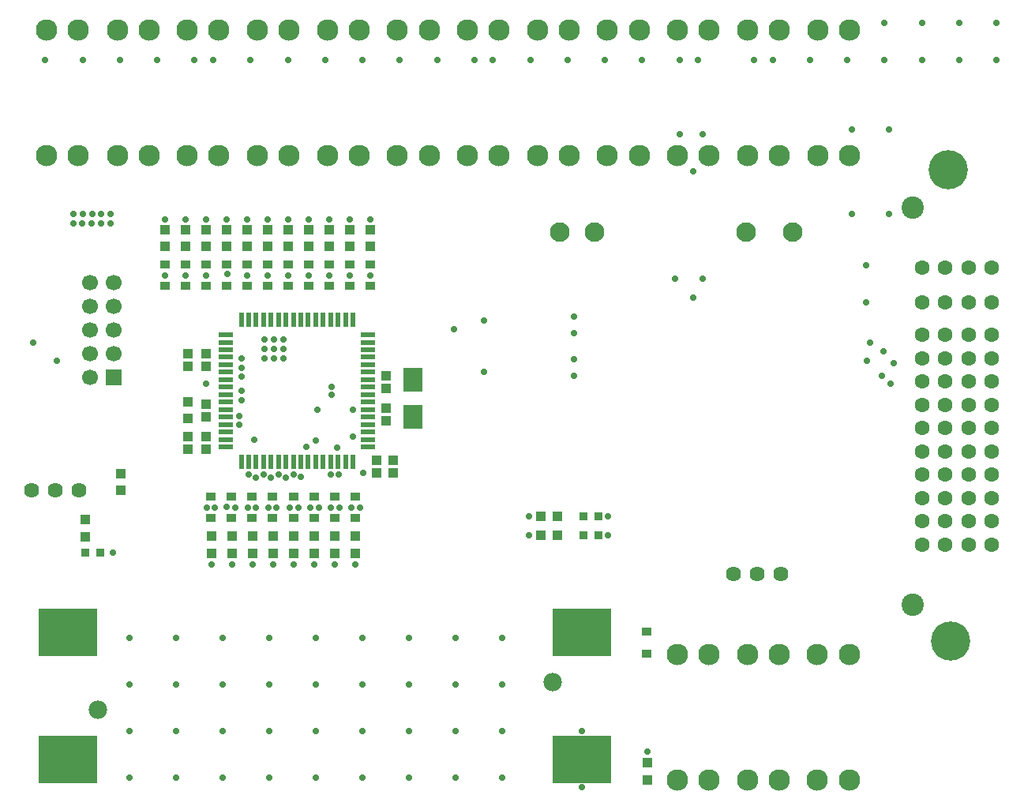
<source format=gts>
G04*
G04 #@! TF.GenerationSoftware,Altium Limited,Altium Designer,21.9.2 (33)*
G04*
G04 Layer_Color=8388736*
%FSLAX25Y25*%
%MOIN*%
G70*
G04*
G04 #@! TF.SameCoordinates,3EA75405-4CE9-4461-8B4E-421F381EEA3C*
G04*
G04*
G04 #@! TF.FilePolarity,Negative*
G04*
G01*
G75*
%ADD17R,0.03937X0.04331*%
%ADD18R,0.03937X0.03543*%
%ADD19R,0.04331X0.03937*%
%ADD20R,0.25000X0.20000*%
%ADD21R,0.03543X0.03543*%
%ADD22R,0.06194X0.02394*%
%ADD23R,0.02394X0.06194*%
%ADD24R,0.08268X0.09843*%
%ADD25R,0.06693X0.06693*%
%ADD26C,0.06693*%
%ADD27C,0.07795*%
%ADD28C,0.06394*%
%ADD29C,0.09055*%
%ADD30C,0.08268*%
%ADD31C,0.06299*%
%ADD32C,0.09449*%
%ADD33C,0.16535*%
%ADD34C,0.02756*%
D17*
X291732Y337795D02*
D03*
Y344882D02*
D03*
X514173Y215748D02*
D03*
Y222835D02*
D03*
X327559Y448032D02*
D03*
Y440945D02*
D03*
X320079Y375197D02*
D03*
Y368110D02*
D03*
X329921Y311417D02*
D03*
Y318504D02*
D03*
X338583Y311417D02*
D03*
Y318504D02*
D03*
X355906Y311417D02*
D03*
Y318504D02*
D03*
X347244Y311417D02*
D03*
Y318504D02*
D03*
X390551Y311417D02*
D03*
Y318504D02*
D03*
X381890Y311417D02*
D03*
Y318504D02*
D03*
X364567Y311417D02*
D03*
Y318504D02*
D03*
X373228Y311417D02*
D03*
Y318504D02*
D03*
X276772Y325468D02*
D03*
Y318382D02*
D03*
X396850Y448032D02*
D03*
Y440945D02*
D03*
X310236D02*
D03*
Y448032D02*
D03*
X336221Y440945D02*
D03*
Y448032D02*
D03*
X318898Y440945D02*
D03*
Y448032D02*
D03*
X362205Y440945D02*
D03*
Y448032D02*
D03*
X344882Y440945D02*
D03*
Y448032D02*
D03*
X388189Y440945D02*
D03*
Y448032D02*
D03*
X370866Y440945D02*
D03*
Y448032D02*
D03*
X353543Y440945D02*
D03*
Y448032D02*
D03*
X379528Y440945D02*
D03*
Y448032D02*
D03*
D18*
X310186Y424354D02*
D03*
Y433409D02*
D03*
X318864Y424213D02*
D03*
Y433268D02*
D03*
X327542Y424213D02*
D03*
Y433268D02*
D03*
X336221Y424213D02*
D03*
Y433268D02*
D03*
X347160Y335236D02*
D03*
Y326181D02*
D03*
X338482Y335236D02*
D03*
Y326181D02*
D03*
X381873Y335236D02*
D03*
Y326181D02*
D03*
X373195Y335236D02*
D03*
Y326181D02*
D03*
X390551Y335236D02*
D03*
Y326181D02*
D03*
X355838Y335236D02*
D03*
Y326181D02*
D03*
X364517Y335236D02*
D03*
Y326181D02*
D03*
X329804Y335236D02*
D03*
Y326181D02*
D03*
X370933Y433268D02*
D03*
Y424213D02*
D03*
X362255Y433268D02*
D03*
Y424213D02*
D03*
X396968Y433268D02*
D03*
Y424213D02*
D03*
X353577Y433268D02*
D03*
Y424213D02*
D03*
X344899Y433268D02*
D03*
Y424213D02*
D03*
X388289Y433268D02*
D03*
Y424213D02*
D03*
X379611Y433268D02*
D03*
Y424213D02*
D03*
X513779Y278150D02*
D03*
Y269094D02*
D03*
D19*
X327559Y355217D02*
D03*
Y360531D02*
D03*
X320079Y355217D02*
D03*
Y360531D02*
D03*
X327559Y390256D02*
D03*
Y395571D02*
D03*
X320079Y390256D02*
D03*
Y395571D02*
D03*
X327559Y368996D02*
D03*
Y374311D02*
D03*
X399590Y345374D02*
D03*
Y350689D02*
D03*
X406693Y345374D02*
D03*
Y350689D02*
D03*
X468898Y326772D02*
D03*
X475984D02*
D03*
X468898Y318898D02*
D03*
X475984D02*
D03*
X403543Y372736D02*
D03*
Y367421D02*
D03*
Y380807D02*
D03*
Y386122D02*
D03*
D20*
X486496Y277970D02*
D03*
X269409D02*
D03*
Y224410D02*
D03*
X486496D02*
D03*
D21*
X493307Y326772D02*
D03*
X487008D02*
D03*
X276772Y311475D02*
D03*
X283071D02*
D03*
X487008Y318898D02*
D03*
X493307D02*
D03*
D22*
X336142Y356321D02*
D03*
Y359421D02*
D03*
Y362621D02*
D03*
Y365721D02*
D03*
Y368921D02*
D03*
Y372021D02*
D03*
Y375221D02*
D03*
Y378321D02*
D03*
Y381521D02*
D03*
Y384621D02*
D03*
Y387821D02*
D03*
Y390921D02*
D03*
Y394121D02*
D03*
Y397221D02*
D03*
Y400421D02*
D03*
Y403521D02*
D03*
X396142D02*
D03*
Y400421D02*
D03*
Y397221D02*
D03*
Y394121D02*
D03*
Y390921D02*
D03*
Y387821D02*
D03*
Y384621D02*
D03*
Y381521D02*
D03*
Y378321D02*
D03*
Y375221D02*
D03*
Y372021D02*
D03*
Y368921D02*
D03*
Y365721D02*
D03*
Y362621D02*
D03*
Y359421D02*
D03*
Y356321D02*
D03*
D23*
X342542Y409921D02*
D03*
X345642D02*
D03*
X348842D02*
D03*
X351942D02*
D03*
X355142D02*
D03*
X358242D02*
D03*
X361442D02*
D03*
X364542D02*
D03*
X367742D02*
D03*
X370842D02*
D03*
X374042D02*
D03*
X377142D02*
D03*
X380342D02*
D03*
X383442D02*
D03*
X386642D02*
D03*
X389742D02*
D03*
Y349921D02*
D03*
X386642D02*
D03*
X383442D02*
D03*
X380342D02*
D03*
X377142D02*
D03*
X374042D02*
D03*
X370842D02*
D03*
X367742D02*
D03*
X364542D02*
D03*
X361442D02*
D03*
X358242D02*
D03*
X355142D02*
D03*
X351942D02*
D03*
X348842D02*
D03*
X345642D02*
D03*
X342542D02*
D03*
D24*
X414961Y368898D02*
D03*
Y384646D02*
D03*
D25*
X288740Y385512D02*
D03*
D26*
X278740D02*
D03*
X288740Y395512D02*
D03*
X278740D02*
D03*
X288740Y405512D02*
D03*
X278740D02*
D03*
X288740Y415512D02*
D03*
X278740D02*
D03*
X288740Y425512D02*
D03*
X278740D02*
D03*
D27*
X473996Y257064D02*
D03*
X281909Y245315D02*
D03*
D28*
X570236Y302559D02*
D03*
X560236D02*
D03*
X550236D02*
D03*
X274173Y338091D02*
D03*
X264173D02*
D03*
X254173D02*
D03*
D29*
X526707Y215610D02*
D03*
X540093D02*
D03*
X526707Y268642D02*
D03*
X540093D02*
D03*
X556267Y215610D02*
D03*
X569653D02*
D03*
X556267Y268642D02*
D03*
X569653D02*
D03*
X585827Y215610D02*
D03*
X599213D02*
D03*
X585827Y268642D02*
D03*
X599213D02*
D03*
X260341Y479390D02*
D03*
X273727D02*
D03*
X260341Y532421D02*
D03*
X273727D02*
D03*
X349346Y479390D02*
D03*
X362732D02*
D03*
X349346Y532421D02*
D03*
X362732D02*
D03*
X290226Y479390D02*
D03*
X303612D02*
D03*
X290226Y532421D02*
D03*
X303612D02*
D03*
X319786Y479390D02*
D03*
X333172D02*
D03*
X319786Y532421D02*
D03*
X333172D02*
D03*
X497147Y479390D02*
D03*
X510532D02*
D03*
X497147Y532421D02*
D03*
X510532D02*
D03*
X526772Y479390D02*
D03*
X540158D02*
D03*
X526772Y532421D02*
D03*
X540158D02*
D03*
X438027Y479390D02*
D03*
X451412D02*
D03*
X438027Y532421D02*
D03*
X451412D02*
D03*
X408466Y479390D02*
D03*
X421852D02*
D03*
X408466Y532421D02*
D03*
X421852D02*
D03*
X378906Y479390D02*
D03*
X392292D02*
D03*
X378906Y532421D02*
D03*
X392292D02*
D03*
X467587Y479390D02*
D03*
X480972D02*
D03*
X467587Y532421D02*
D03*
X480972D02*
D03*
X556332Y479390D02*
D03*
X569718D02*
D03*
X556332Y532421D02*
D03*
X569718D02*
D03*
X585892Y479390D02*
D03*
X599278D02*
D03*
X585892Y532421D02*
D03*
X599278D02*
D03*
D30*
X476870Y446850D02*
D03*
X491634D02*
D03*
X555610D02*
D03*
X575295D02*
D03*
D31*
X659449Y324803D02*
D03*
Y364173D02*
D03*
Y417126D02*
D03*
Y314961D02*
D03*
Y334646D02*
D03*
Y344488D02*
D03*
Y354331D02*
D03*
Y374016D02*
D03*
Y383858D02*
D03*
Y393701D02*
D03*
Y403543D02*
D03*
Y431890D02*
D03*
X649606Y324803D02*
D03*
Y364173D02*
D03*
Y417126D02*
D03*
Y314961D02*
D03*
Y334646D02*
D03*
Y344488D02*
D03*
Y354331D02*
D03*
Y374016D02*
D03*
Y383858D02*
D03*
Y393701D02*
D03*
Y403543D02*
D03*
Y431890D02*
D03*
X639764Y324803D02*
D03*
Y364173D02*
D03*
Y417126D02*
D03*
Y314961D02*
D03*
Y334646D02*
D03*
Y344488D02*
D03*
Y354331D02*
D03*
Y374016D02*
D03*
Y383858D02*
D03*
Y393701D02*
D03*
Y403543D02*
D03*
Y431890D02*
D03*
X629921Y324803D02*
D03*
Y364173D02*
D03*
Y417126D02*
D03*
Y314961D02*
D03*
Y334646D02*
D03*
Y344488D02*
D03*
Y354331D02*
D03*
Y374016D02*
D03*
Y383858D02*
D03*
Y393701D02*
D03*
Y403543D02*
D03*
Y431890D02*
D03*
D32*
X625984Y457283D02*
D03*
Y289567D02*
D03*
D33*
X641142Y473425D02*
D03*
X642126Y274410D02*
D03*
D34*
X452756Y216535D02*
D03*
X433071D02*
D03*
X413386D02*
D03*
X393701D02*
D03*
X374016D02*
D03*
X354331D02*
D03*
X334646D02*
D03*
X314961D02*
D03*
X295276D02*
D03*
X452756Y255906D02*
D03*
X433071D02*
D03*
X413386D02*
D03*
X393701D02*
D03*
X374016D02*
D03*
X354331D02*
D03*
X334646D02*
D03*
X314961D02*
D03*
X295276D02*
D03*
X374803Y372047D02*
D03*
X452756Y236221D02*
D03*
X433071D02*
D03*
X413386D02*
D03*
X374016D02*
D03*
X393701D02*
D03*
X354331D02*
D03*
X334646D02*
D03*
X314961D02*
D03*
X295276D02*
D03*
X452756Y275590D02*
D03*
X433071D02*
D03*
X413386D02*
D03*
X393701D02*
D03*
X374016D02*
D03*
X354331D02*
D03*
X334646D02*
D03*
X314961D02*
D03*
X295276D02*
D03*
X327559Y428740D02*
D03*
X612992Y386221D02*
D03*
X607874Y400394D02*
D03*
X606693Y392520D02*
D03*
X613779Y396457D02*
D03*
X389790Y372021D02*
D03*
X348132Y359423D02*
D03*
X342520Y393701D02*
D03*
X360236D02*
D03*
Y401575D02*
D03*
Y397638D02*
D03*
X356299Y393701D02*
D03*
X352362D02*
D03*
X356299Y397638D02*
D03*
Y401575D02*
D03*
X352362Y397638D02*
D03*
Y401575D02*
D03*
X327559Y383071D02*
D03*
X514173Y227559D02*
D03*
X329921Y306693D02*
D03*
X497244Y318898D02*
D03*
Y326772D02*
D03*
X486496Y236220D02*
D03*
Y212598D02*
D03*
X254724Y400394D02*
D03*
X264567Y392520D02*
D03*
X394094Y345276D02*
D03*
X341732Y365748D02*
D03*
Y369291D02*
D03*
X392520Y330709D02*
D03*
X383677Y344488D02*
D03*
X380315D02*
D03*
X464173Y326772D02*
D03*
X464173Y318898D02*
D03*
X362205Y452362D02*
D03*
X355906Y306693D02*
D03*
X389764Y360630D02*
D03*
X345276Y330709D02*
D03*
X336492Y330818D02*
D03*
X367800Y343565D02*
D03*
X375197Y330693D02*
D03*
X345669Y344488D02*
D03*
X348819Y343307D02*
D03*
X348819Y330709D02*
D03*
X389027Y330709D02*
D03*
X380348D02*
D03*
X371670D02*
D03*
X362992D02*
D03*
X357480Y330709D02*
D03*
X340158D02*
D03*
X331496D02*
D03*
X361417Y343307D02*
D03*
X355118Y343312D02*
D03*
X364567Y344488D02*
D03*
X358268D02*
D03*
X351969D02*
D03*
X444882Y387795D02*
D03*
Y409449D02*
D03*
X347244Y306693D02*
D03*
X353543Y428740D02*
D03*
X336733Y429252D02*
D03*
X396850Y428740D02*
D03*
X388189D02*
D03*
X379528D02*
D03*
X370866D02*
D03*
X362205D02*
D03*
X344882D02*
D03*
X318898D02*
D03*
X310236D02*
D03*
X342520Y385827D02*
D03*
X342570Y379972D02*
D03*
X342520Y375984D02*
D03*
Y389764D02*
D03*
X318898Y452362D02*
D03*
X383038Y356078D02*
D03*
X374016Y358972D02*
D03*
X370079Y356299D02*
D03*
X353937Y330709D02*
D03*
X327953D02*
D03*
X364567Y306693D02*
D03*
X373228D02*
D03*
X381890D02*
D03*
X383892Y330709D02*
D03*
X390551Y306693D02*
D03*
X366535Y330709D02*
D03*
X338583Y306693D02*
D03*
X288189Y311475D02*
D03*
X287288Y450591D02*
D03*
X283351D02*
D03*
X279414D02*
D03*
X275477D02*
D03*
X271540D02*
D03*
X287402Y454724D02*
D03*
X283465D02*
D03*
X279528D02*
D03*
X275590D02*
D03*
X271654D02*
D03*
X616142D02*
D03*
X600394D02*
D03*
X616142Y490158D02*
D03*
X600394D02*
D03*
X606299Y433071D02*
D03*
Y417323D02*
D03*
X533465Y419291D02*
D03*
X525591Y427165D02*
D03*
X537402D02*
D03*
X533465Y472441D02*
D03*
X537402Y488189D02*
D03*
X527559D02*
D03*
X616535Y383071D02*
D03*
X618110Y391732D02*
D03*
X614173Y535433D02*
D03*
X629921D02*
D03*
X645669D02*
D03*
X661417D02*
D03*
Y519685D02*
D03*
X645669D02*
D03*
X629921D02*
D03*
X614173D02*
D03*
X598425D02*
D03*
X582677D02*
D03*
X566929D02*
D03*
X559055D02*
D03*
X535433D02*
D03*
X527559D02*
D03*
X511811D02*
D03*
X496063D02*
D03*
X480315D02*
D03*
X464567D02*
D03*
X448819D02*
D03*
X440945D02*
D03*
X425197D02*
D03*
X409449D02*
D03*
X393701D02*
D03*
X377953D02*
D03*
X362205D02*
D03*
X346457D02*
D03*
X330709D02*
D03*
X322835D02*
D03*
X307087D02*
D03*
X291339D02*
D03*
X275590D02*
D03*
X259842D02*
D03*
X483071Y393307D02*
D03*
Y404331D02*
D03*
X432283Y405905D02*
D03*
X396850Y452362D02*
D03*
X379528D02*
D03*
X388189D02*
D03*
X380709Y378346D02*
D03*
X380700Y381709D02*
D03*
X336221Y452362D02*
D03*
X327559D02*
D03*
X310236D02*
D03*
X344882Y452362D02*
D03*
X353543D02*
D03*
X370866Y452362D02*
D03*
X483071Y386221D02*
D03*
Y411417D02*
D03*
X403543Y367323D02*
D03*
Y386221D02*
D03*
M02*

</source>
